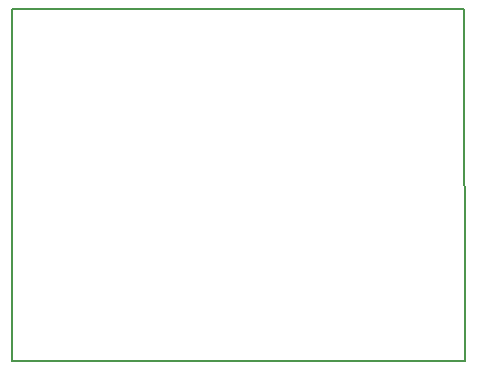
<source format=gbr>
G04 #@! TF.GenerationSoftware,KiCad,Pcbnew,5.0.2-bee76a0~70~ubuntu18.04.1*
G04 #@! TF.CreationDate,2019-11-28T17:43:41+01:00*
G04 #@! TF.ProjectId,current_sense,63757272-656e-4745-9f73-656e73652e6b,rev?*
G04 #@! TF.SameCoordinates,Original*
G04 #@! TF.FileFunction,Profile,NP*
%FSLAX46Y46*%
G04 Gerber Fmt 4.6, Leading zero omitted, Abs format (unit mm)*
G04 Created by KiCad (PCBNEW 5.0.2-bee76a0~70~ubuntu18.04.1) date Thu 28 Nov 2019 05:43:41 PM CET*
%MOMM*%
%LPD*%
G01*
G04 APERTURE LIST*
%ADD10C,0.150000*%
G04 APERTURE END LIST*
D10*
X0Y0D02*
X38250000Y0D01*
X0Y-29800000D02*
X0Y0D01*
X38250000Y-29800000D02*
X0Y-29800000D01*
X38250000Y0D02*
X38300000Y-29800000D01*
M02*

</source>
